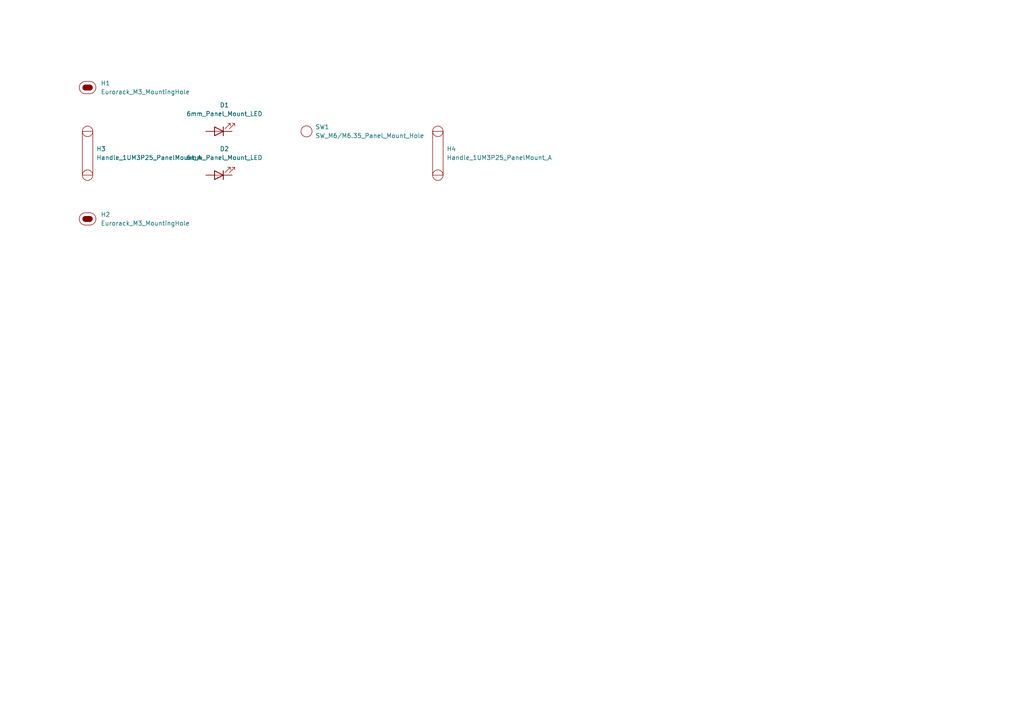
<source format=kicad_sch>
(kicad_sch (version 20250114) (generator "eeschema") (generator_version "9.0")
  (paper "A4")
  (lib_symbols
    (symbol "EXC:6mm_Panel_Mount_LED" (pin_numbers (hide yes)) (pin_names (offset 1.016) (hide yes))
      (property "Reference" "D" (at 0 2.54 0))
      (property "Value" "6mm_Panel_Mount_LED" (at 0 -3.556 0))
      (symbol "6mm_Panel_Mount_LED_0_1"
        (polyline (pts (xy -1.27 1.27) (xy -1.27 -1.27) (xy 1.27 0) (xy -1.27 1.27)) (stroke (width 0.254)))
        (polyline (pts (xy 1.27 1.27) (xy 1.27 -1.27)) (stroke (width 0.254)))
        (polyline (pts (xy 1.27 0) (xy -1.27 0)))
        (polyline (pts (xy 1.778 0.762) (xy 3.302 2.286) (xy 2.54 2.286) (xy 3.302 2.286) (xy 3.302 1.524)))
        (polyline (pts (xy 3.048 0.762) (xy 4.572 2.286) (xy 3.81 2.286) (xy 4.572 2.286) (xy 4.572 1.524)))
      )
      (symbol "6mm_Panel_Mount_LED_1_1"
        (pin passive line (at -3.81 0 0) (length 2.54) (name "A") (number "2"))
        (pin passive line (at 3.81 0 180) (length 2.54) (name "K") (number "1"))
      )
    )
    (symbol "EXC:Eurorack_M3_MountingHole" (pin_names (offset 1.016))
      (property "Reference" "H" (at 0 5.08 0))
      (property "Value" "Eurorack_M3_MountingHole" (at 0 3.175 0))
      (symbol "Eurorack_M3_MountingHole_0_1"
        (polyline (pts (xy -0.635 0.762) (xy 0.635 0.762)))
        (circle (center -0.635 0) (radius 0.762) (fill (type outline)))
        (arc (start -0.635 -0.762) (mid -1.397 0) (end -0.635 0.762))
        (arc (start -0.635 -1.778) (mid -2.413 0) (end -0.635 1.778))
        (polyline (pts (xy -0.635 -0.762) (xy 0.635 -0.762)))
        (polyline (pts (xy -0.635 -1.778) (xy 0.635 -1.778)))
        (circle (center 0 0) (radius 0.762) (fill (type outline)))
        (polyline (pts (xy 0.635 1.778) (xy -0.635 1.778)))
        (arc (start 0.6141 1.778) (mid 2.4131 0) (end 0.6141 -1.778))
        (arc (start 0.6227 0.762) (mid 1.3971 0) (end 0.6227 -0.762))
        (circle (center 0.635 0) (radius 0.762) (fill (type outline)))
      )
    )
    (symbol "EXC:Handle_1UM3P25_A"
      (property "Reference" "H" (at 0 -6.35 0))
      (property "Value" "Handle_1UM3P25_PanelMount_A" (at 0.254 -17.018 0))
      (symbol "Handle_1UM3P25_A_0_1"
        (rectangle (start -1.524 0) (end 1.524 -12.7))
        (circle (center 0 0) (radius 1.524))
        (circle (center 0 -12.7) (radius 1.524))
      )
    )
    (symbol "EXC:SW_M6/6.35_Panel_Mount_Hole" (pin_names (offset 0) (hide yes))
      (property "Reference" "SW" (at 0 3.175 0))
      (property "Value" "SW_M6/M6.35_Panel_Mount_Hole" (at 0 -2.794 0))
      (symbol "SW_M6/6.35_Panel_Mount_Hole_0_0"
        (circle (center 0 0) (radius 1.6129))
      )
    )
  )
  (symbol (lib_id "EXC:Eurorack_M3_MountingHole") (at 25.4 25.4 0) (unit 1)
    (property "Reference" "H1" (at 29.21 24.1299 0) (effects (justify left)))
    (property "Value" "Eurorack_M3_MountingHole" (at 29.21 26.6699 0) (effects (justify left)))
    (property "Footprint" "EXC:MountingHole_3.2mm_M3" (effects (hide yes)))
    (property "Description" "Mounting Hole without connection" (effects (hide yes)))
  )
  (symbol (lib_id "EXC:Eurorack_M3_MountingHole") (at 25.4 63.5 0) (unit 1)
    (property "Reference" "H2" (at 29.21 62.2299 0) (effects (justify left)))
    (property "Value" "Eurorack_M3_MountingHole" (at 29.21 64.7699 0) (effects (justify left)))
    (property "Footprint" "EXC:MountingHole_3.2mm_M3" (effects (hide yes)))
    (property "Description" "Mounting Hole without connection" (effects (hide yes)))
  )
  (symbol (lib_id "EXC:6mm_Panel_Mount_LED") (at 63.5 50.8 0) (unit 1)
    (property "Reference" "D2" (at 65.0875 43.18 0))
    (property "Value" "6mm_Panel_Mount_LED" (at 65.0875 45.72 0))
    (property "Footprint" "EXC:6mm_Panel_Mount_LED" (effects (hide yes)))
    (property "Description" "Light emitting diode" (effects (hide yes)))
  )
  (symbol (lib_id "EXC:SW_M6/6.35_Panel_Mount_Hole") (at 88.9 38.1 0) (unit 1)
    (property "Reference" "SW1" (at 91.44 36.8299 0) (effects (justify left)))
    (property "Value" "SW_M6/M6.35_Panel_Mount_Hole" (at 91.44 39.3699 0) (effects (justify left)))
    (property "Footprint" "EXC:SW_M6-M6.35_Panel_Mount_Hole" (effects (hide yes)))
    (property "Datasheet" "https://ae01.alicdn.com/kf/S30ba4cd8ca6748179fcb108112fb1d3fP.jpg" (effects (hide yes)))
    (property "Description" "Hole for the top of the panel of the switch so it allows space for the M6-ish nut to sit inside" (effects (hide yes)))
    (property "Source" "https://www.aliexpress.com/item/4000512396094.html" (effects (hide yes)))
  )
  (symbol (lib_id "EXC:Handle_1UM3P25_A") (at 25.4 38.1 0) (unit 1)
    (property "Reference" "H3" (at 27.94 43.1799 0) (effects (justify left)))
    (property "Value" "Handle_1UM3P25_PanelMount_A" (at 27.94 45.7199 0) (effects (justify left)))
    (property "Footprint" "EXC:Handle_1UM3P25_A" (effects (hide yes)))
  )
  (symbol (lib_id "EXC:6mm_Panel_Mount_LED") (at 63.5 38.1 0) (unit 1)
    (property "Reference" "D1" (at 65.0875 30.48 0))
    (property "Value" "6mm_Panel_Mount_LED" (at 65.0875 33.02 0))
    (property "Footprint" "EXC:6mm_Panel_Mount_LED" (effects (hide yes)))
    (property "Description" "Light emitting diode" (effects (hide yes)))
  )
  (symbol (lib_id "EXC:Handle_1UM3P25_A") (at 127 38.1 0) (unit 1)
    (property "Reference" "H4" (at 129.54 43.1799 0) (effects (justify left)))
    (property "Value" "Handle_1UM3P25_PanelMount_A" (at 129.54 45.7199 0) (effects (justify left)))
    (property "Footprint" "EXC:Handle_1UM3P25_A" (effects (hide yes)))
  )
)
</source>
